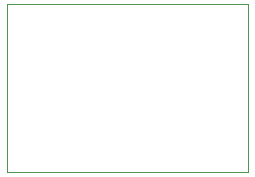
<source format=gbr>
%TF.GenerationSoftware,KiCad,Pcbnew,7.0.1-3b83917a11~172~ubuntu22.04.1*%
%TF.CreationDate,2023-05-08T21:49:58+01:00*%
%TF.ProjectId,lm27762,6c6d3237-3736-4322-9e6b-696361645f70,rev?*%
%TF.SameCoordinates,Original*%
%TF.FileFunction,Profile,NP*%
%FSLAX46Y46*%
G04 Gerber Fmt 4.6, Leading zero omitted, Abs format (unit mm)*
G04 Created by KiCad (PCBNEW 7.0.1-3b83917a11~172~ubuntu22.04.1) date 2023-05-08 21:49:58*
%MOMM*%
%LPD*%
G01*
G04 APERTURE LIST*
%TA.AperFunction,Profile*%
%ADD10C,0.100000*%
%TD*%
G04 APERTURE END LIST*
D10*
X107950000Y-56261000D02*
X128397000Y-56261000D01*
X128397000Y-70485000D01*
X107950000Y-70485000D01*
X107950000Y-56261000D01*
M02*

</source>
